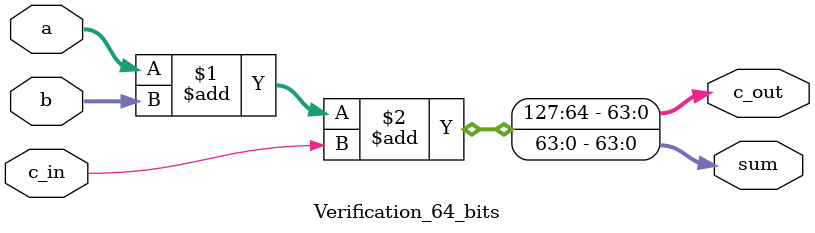
<source format=v>
`timescale 1ns / 1ps


module Verification_64_bits(a, b, c_in, sum, c_out);
    
    input  [63:0]   a, b;
	input           c_in;
	output [63:0]   c_out, sum;

	assign {c_out, sum} = a + b + c_in;

endmodule

</source>
